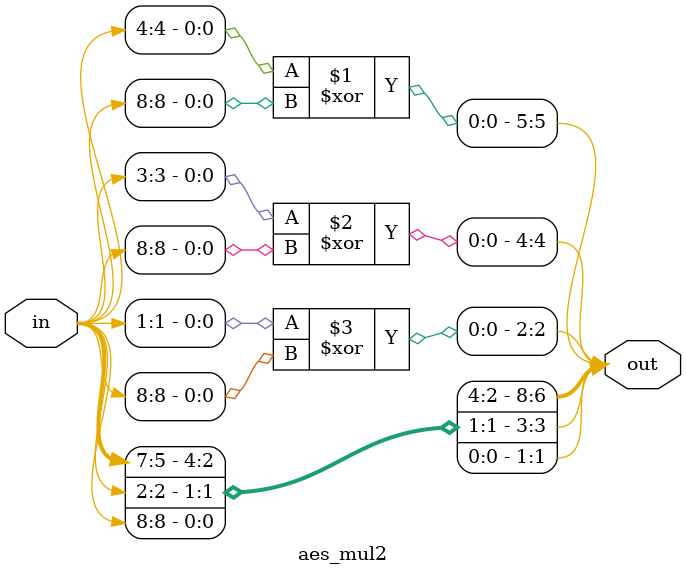
<source format=v>
`timescale 1ns / 1ps

module aes_mul2 ( in, out);

input [8:1] in;
output [8:1] out;

assign out[8] = in[7];
assign out[7] = in[6];
assign out[6] = in[5];
assign out[5] = in[4] ^ in[8];
assign out[4] = in[3] ^ in[8];
assign out[3] = in[2];
assign out[2] = in[1] ^ in[8];
assign out[1] = in[8];

endmodule

</source>
